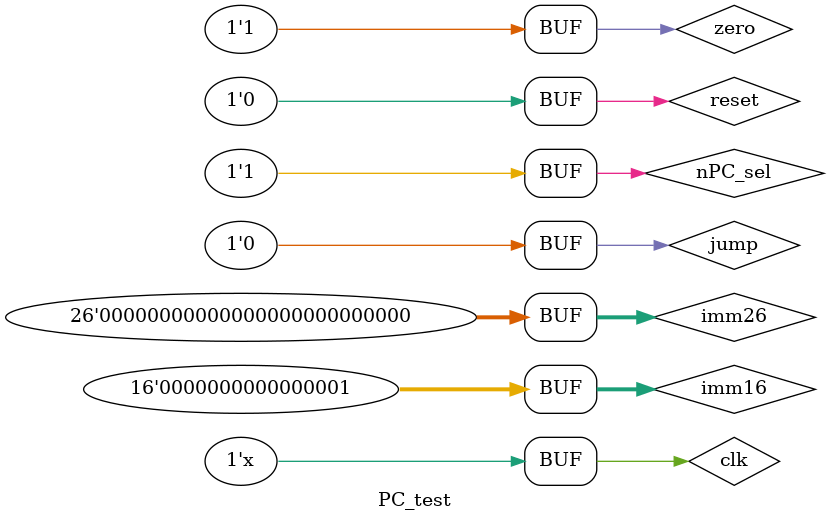
<source format=v>
`timescale 1ns/1ns

module PC_test;
reg clk;
reg reset;
reg zero;
reg jump;
reg nPC_sel;
reg [15:0] imm16;
reg [25:0] imm26;
wire [31:0] PC;
always #5
	clk = ~clk;
PC pc(clk, reset, imm16, imm26, nPC_sel, zero, jump, PC);
initial 
begin
	clk = 0;
	reset = 0;
	zero = 0;
	jump = 0;
	nPC_sel = 0;
	imm16 = 16'd1;
	imm26 = 26'b0;
	#5
	reset = 1;
	#20
	nPC_sel = 1;
	zero = 1;
	#1000
	reset = 0;
	
end
endmodule

</source>
